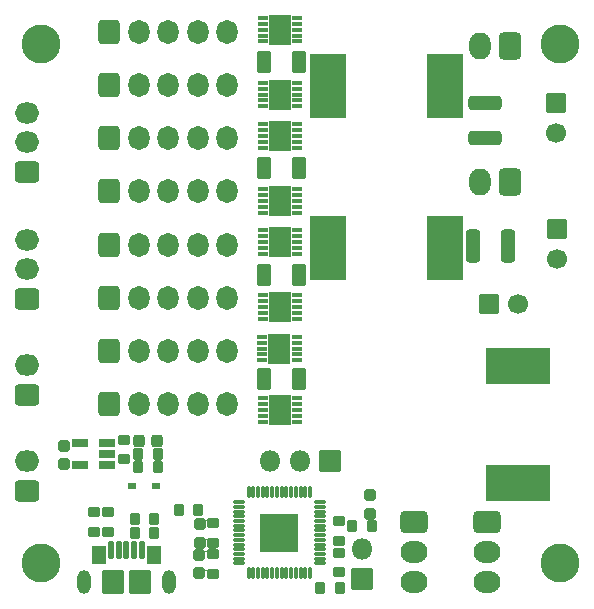
<source format=gts>
G04 #@! TF.GenerationSoftware,KiCad,Pcbnew,(6.0.7)*
G04 #@! TF.CreationDate,2022-10-27T11:50:25+02:00*
G04 #@! TF.ProjectId,pumpCon,70756d70-436f-46e2-9e6b-696361645f70,rev?*
G04 #@! TF.SameCoordinates,Original*
G04 #@! TF.FileFunction,Soldermask,Top*
G04 #@! TF.FilePolarity,Negative*
%FSLAX46Y46*%
G04 Gerber Fmt 4.6, Leading zero omitted, Abs format (unit mm)*
G04 Created by KiCad (PCBNEW (6.0.7)) date 2022-10-27 11:50:25*
%MOMM*%
%LPD*%
G01*
G04 APERTURE LIST*
G04 Aperture macros list*
%AMRoundRect*
0 Rectangle with rounded corners*
0 $1 Rounding radius*
0 $2 $3 $4 $5 $6 $7 $8 $9 X,Y pos of 4 corners*
0 Add a 4 corners polygon primitive as box body*
4,1,4,$2,$3,$4,$5,$6,$7,$8,$9,$2,$3,0*
0 Add four circle primitives for the rounded corners*
1,1,$1+$1,$2,$3*
1,1,$1+$1,$4,$5*
1,1,$1+$1,$6,$7*
1,1,$1+$1,$8,$9*
0 Add four rect primitives between the rounded corners*
20,1,$1+$1,$2,$3,$4,$5,0*
20,1,$1+$1,$4,$5,$6,$7,0*
20,1,$1+$1,$6,$7,$8,$9,0*
20,1,$1+$1,$8,$9,$2,$3,0*%
G04 Aperture macros list end*
%ADD10RoundRect,0.050000X-0.200000X-0.700000X0.200000X-0.700000X0.200000X0.700000X-0.200000X0.700000X0*%
%ADD11O,1.150000X2.000000*%
%ADD12RoundRect,0.050000X-0.875000X-0.950000X0.875000X-0.950000X0.875000X0.950000X-0.875000X0.950000X0*%
%ADD13RoundRect,0.050000X-0.575000X-0.725000X0.575000X-0.725000X0.575000X0.725000X-0.575000X0.725000X0*%
%ADD14RoundRect,0.300000X0.620000X0.845000X-0.620000X0.845000X-0.620000X-0.845000X0.620000X-0.845000X0*%
%ADD15O,1.840000X2.290000*%
%ADD16RoundRect,0.275000X-0.250000X0.225000X-0.250000X-0.225000X0.250000X-0.225000X0.250000X0.225000X0*%
%ADD17RoundRect,0.300000X-0.600000X-0.725000X0.600000X-0.725000X0.600000X0.725000X-0.600000X0.725000X0*%
%ADD18O,1.800000X2.050000*%
%ADD19RoundRect,0.250000X-0.200000X-0.275000X0.200000X-0.275000X0.200000X0.275000X-0.200000X0.275000X0*%
%ADD20RoundRect,0.112500X0.350000X0.062500X-0.350000X0.062500X-0.350000X-0.062500X0.350000X-0.062500X0*%
%ADD21RoundRect,0.050000X0.850000X1.250000X-0.850000X1.250000X-0.850000X-1.250000X0.850000X-1.250000X0*%
%ADD22RoundRect,0.050000X-0.850000X0.850000X-0.850000X-0.850000X0.850000X-0.850000X0.850000X0.850000X0*%
%ADD23O,1.800000X1.800000*%
%ADD24RoundRect,0.300000X0.725000X-0.600000X0.725000X0.600000X-0.725000X0.600000X-0.725000X-0.600000X0*%
%ADD25O,2.050000X1.800000*%
%ADD26RoundRect,0.250000X-0.275000X0.200000X-0.275000X-0.200000X0.275000X-0.200000X0.275000X0.200000X0*%
%ADD27RoundRect,0.050000X0.850000X0.850000X-0.850000X0.850000X-0.850000X-0.850000X0.850000X-0.850000X0*%
%ADD28RoundRect,0.300000X0.750000X-0.600000X0.750000X0.600000X-0.750000X0.600000X-0.750000X-0.600000X0*%
%ADD29O,2.100000X1.800000*%
%ADD30RoundRect,0.250000X0.275000X-0.200000X0.275000X0.200000X-0.275000X0.200000X-0.275000X-0.200000X0*%
%ADD31RoundRect,0.300000X-0.845000X0.620000X-0.845000X-0.620000X0.845000X-0.620000X0.845000X0.620000X0*%
%ADD32O,2.290000X1.840000*%
%ADD33C,3.300000*%
%ADD34RoundRect,0.300000X0.325000X0.650000X-0.325000X0.650000X-0.325000X-0.650000X0.325000X-0.650000X0*%
%ADD35RoundRect,0.268750X-0.256250X0.218750X-0.256250X-0.218750X0.256250X-0.218750X0.256250X0.218750X0*%
%ADD36RoundRect,0.050000X0.300000X0.225000X-0.300000X0.225000X-0.300000X-0.225000X0.300000X-0.225000X0*%
%ADD37RoundRect,0.050000X-0.800000X-0.800000X0.800000X-0.800000X0.800000X0.800000X-0.800000X0.800000X0*%
%ADD38C,1.700000*%
%ADD39RoundRect,0.300000X1.100000X-0.325000X1.100000X0.325000X-1.100000X0.325000X-1.100000X-0.325000X0*%
%ADD40RoundRect,0.050000X-0.800000X0.800000X-0.800000X-0.800000X0.800000X-0.800000X0.800000X0.800000X0*%
%ADD41RoundRect,0.275000X-0.225000X-0.250000X0.225000X-0.250000X0.225000X0.250000X-0.225000X0.250000X0*%
%ADD42RoundRect,0.050000X-1.450000X-2.700000X1.450000X-2.700000X1.450000X2.700000X-1.450000X2.700000X0*%
%ADD43RoundRect,0.250000X0.200000X0.275000X-0.200000X0.275000X-0.200000X-0.275000X0.200000X-0.275000X0*%
%ADD44RoundRect,0.100000X0.387500X0.050000X-0.387500X0.050000X-0.387500X-0.050000X0.387500X-0.050000X0*%
%ADD45RoundRect,0.100000X0.050000X0.387500X-0.050000X0.387500X-0.050000X-0.387500X0.050000X-0.387500X0*%
%ADD46RoundRect,0.050000X1.600000X1.600000X-1.600000X1.600000X-1.600000X-1.600000X1.600000X-1.600000X0*%
%ADD47RoundRect,0.050000X-2.700000X1.450000X-2.700000X-1.450000X2.700000X-1.450000X2.700000X1.450000X0*%
%ADD48RoundRect,0.200000X0.512500X0.150000X-0.512500X0.150000X-0.512500X-0.150000X0.512500X-0.150000X0*%
%ADD49RoundRect,0.300000X0.325000X1.100000X-0.325000X1.100000X-0.325000X-1.100000X0.325000X-1.100000X0*%
%ADD50RoundRect,0.275000X0.250000X-0.225000X0.250000X0.225000X-0.250000X0.225000X-0.250000X-0.225000X0*%
G04 APERTURE END LIST*
D10*
X67950000Y-107400000D03*
X68600000Y-107400000D03*
X69250000Y-107400000D03*
X69900000Y-107400000D03*
X70550000Y-107400000D03*
D11*
X72825000Y-110050000D03*
X65675000Y-110050000D03*
D12*
X70375000Y-110050000D03*
X68125000Y-110050000D03*
D13*
X71570000Y-107820000D03*
X66930000Y-107820000D03*
D14*
X101770000Y-64680000D03*
D15*
X99230000Y-64680000D03*
D16*
X75440000Y-107775000D03*
X75440000Y-109325000D03*
D17*
X67800000Y-77000000D03*
D18*
X70300000Y-77000000D03*
X72800000Y-77000000D03*
X75300000Y-77000000D03*
X77800000Y-77000000D03*
D19*
X69975000Y-104725000D03*
X71625000Y-104725000D03*
D17*
X67800000Y-81500000D03*
D18*
X70300000Y-81500000D03*
X72800000Y-81500000D03*
X75300000Y-81500000D03*
X77800000Y-81500000D03*
D20*
X83675000Y-91300000D03*
X83675000Y-90800000D03*
X83675000Y-90300000D03*
X83675000Y-89800000D03*
X83675000Y-89300000D03*
X80750000Y-89300000D03*
X80750000Y-89800000D03*
X80750000Y-90300000D03*
X80750000Y-90800000D03*
X80750000Y-91300000D03*
D21*
X82212500Y-90300000D03*
D22*
X86475000Y-99800000D03*
D23*
X83935000Y-99800000D03*
X81395000Y-99800000D03*
D20*
X83712500Y-82300000D03*
X83712500Y-81800000D03*
X83712500Y-81300000D03*
X83712500Y-80800000D03*
X83712500Y-80300000D03*
X80787500Y-80300000D03*
X80787500Y-80800000D03*
X80787500Y-81300000D03*
X80787500Y-81800000D03*
X80787500Y-82300000D03*
D21*
X82250000Y-81300000D03*
D19*
X88375000Y-105300000D03*
X90025000Y-105300000D03*
D24*
X60800000Y-86100000D03*
D25*
X60800000Y-83600000D03*
X60800000Y-81100000D03*
D20*
X83712500Y-73300000D03*
X83712500Y-72800000D03*
X83712500Y-72300000D03*
X83712500Y-71800000D03*
X83712500Y-71300000D03*
X80787500Y-71300000D03*
X80787500Y-71800000D03*
X80787500Y-72300000D03*
X80787500Y-72800000D03*
X80787500Y-73300000D03*
D21*
X82250000Y-72300000D03*
D20*
X83712500Y-96500000D03*
X83712500Y-96000000D03*
X83712500Y-95500000D03*
X83712500Y-95000000D03*
X83712500Y-94500000D03*
X80787500Y-94500000D03*
X80787500Y-95000000D03*
X80787500Y-95500000D03*
X80787500Y-96000000D03*
X80787500Y-96500000D03*
D21*
X82250000Y-95500000D03*
D20*
X83712500Y-87800000D03*
X83712500Y-87300000D03*
X83712500Y-86800000D03*
X83712500Y-86300000D03*
X83712500Y-85800000D03*
X80787500Y-85800000D03*
X80787500Y-86300000D03*
X80787500Y-86800000D03*
X80787500Y-87300000D03*
X80787500Y-87800000D03*
D21*
X82250000Y-86800000D03*
D26*
X87250000Y-104925000D03*
X87250000Y-106575000D03*
D27*
X89175000Y-109850000D03*
D23*
X89175000Y-107310000D03*
D17*
X67800000Y-90500000D03*
D18*
X70300000Y-90500000D03*
X72800000Y-90500000D03*
X75300000Y-90500000D03*
X77800000Y-90500000D03*
D28*
X60800000Y-94200000D03*
D29*
X60800000Y-91700000D03*
D14*
X101720000Y-76230000D03*
D15*
X99180000Y-76230000D03*
D17*
X67800000Y-86000000D03*
D18*
X70300000Y-86000000D03*
X72800000Y-86000000D03*
X75300000Y-86000000D03*
X77800000Y-86000000D03*
D30*
X76550000Y-106740000D03*
X76550000Y-105090000D03*
D31*
X93580000Y-104960000D03*
D32*
X93580000Y-107500000D03*
X93580000Y-110040000D03*
D33*
X106000000Y-64500000D03*
D34*
X83825000Y-66050000D03*
X80875000Y-66050000D03*
D17*
X67800000Y-63500000D03*
D18*
X70300000Y-63500000D03*
X72800000Y-63500000D03*
X75300000Y-63500000D03*
X77800000Y-63500000D03*
D35*
X89900000Y-102712500D03*
X89900000Y-104287500D03*
D36*
X71800000Y-101950000D03*
X69700000Y-101950000D03*
D34*
X83825000Y-92900000D03*
X80875000Y-92900000D03*
D17*
X67800000Y-68000000D03*
D18*
X70300000Y-68000000D03*
X72800000Y-68000000D03*
X75300000Y-68000000D03*
X77800000Y-68000000D03*
D19*
X70275000Y-99250000D03*
X71925000Y-99250000D03*
X69975000Y-105900000D03*
X71625000Y-105900000D03*
X70262500Y-100350000D03*
X71912500Y-100350000D03*
D37*
X99950000Y-86500000D03*
D38*
X102450000Y-86500000D03*
D39*
X99600000Y-72475000D03*
X99600000Y-69525000D03*
D34*
X83825000Y-75050000D03*
X80875000Y-75050000D03*
D33*
X62000000Y-108500000D03*
D40*
X105700000Y-80217621D03*
D38*
X105700000Y-82717621D03*
D41*
X70312500Y-98100000D03*
X71862500Y-98100000D03*
D16*
X63950000Y-98525000D03*
X63950000Y-100075000D03*
D28*
X60800000Y-102350000D03*
D29*
X60800000Y-99850000D03*
D42*
X86300000Y-68050000D03*
X96200000Y-68050000D03*
D20*
X83712500Y-64300000D03*
X83712500Y-63800000D03*
X83712500Y-63300000D03*
X83712500Y-62800000D03*
X83712500Y-62300000D03*
X80787500Y-62300000D03*
X80787500Y-62800000D03*
X80787500Y-63300000D03*
X80787500Y-63800000D03*
X80787500Y-64300000D03*
D21*
X82250000Y-63300000D03*
D26*
X76550000Y-107725000D03*
X76550000Y-109375000D03*
D17*
X67800000Y-95000000D03*
D18*
X70300000Y-95000000D03*
X72800000Y-95000000D03*
X75300000Y-95000000D03*
X77800000Y-95000000D03*
D43*
X75325000Y-103950000D03*
X73675000Y-103950000D03*
D44*
X85637500Y-108500000D03*
X85637500Y-108100000D03*
X85637500Y-107700000D03*
X85637500Y-107300000D03*
X85637500Y-106900000D03*
X85637500Y-106500000D03*
X85637500Y-106100000D03*
X85637500Y-105700000D03*
X85637500Y-105300000D03*
X85637500Y-104900000D03*
X85637500Y-104500000D03*
X85637500Y-104100000D03*
X85637500Y-103700000D03*
X85637500Y-103300000D03*
D45*
X84800000Y-102462500D03*
X84400000Y-102462500D03*
X84000000Y-102462500D03*
X83600000Y-102462500D03*
X83200000Y-102462500D03*
X82800000Y-102462500D03*
X82400000Y-102462500D03*
X82000000Y-102462500D03*
X81600000Y-102462500D03*
X81200000Y-102462500D03*
X80800000Y-102462500D03*
X80400000Y-102462500D03*
X80000000Y-102462500D03*
X79600000Y-102462500D03*
D44*
X78762500Y-103300000D03*
X78762500Y-103700000D03*
X78762500Y-104100000D03*
X78762500Y-104500000D03*
X78762500Y-104900000D03*
X78762500Y-105300000D03*
X78762500Y-105700000D03*
X78762500Y-106100000D03*
X78762500Y-106500000D03*
X78762500Y-106900000D03*
X78762500Y-107300000D03*
X78762500Y-107700000D03*
X78762500Y-108100000D03*
X78762500Y-108500000D03*
D45*
X79600000Y-109337500D03*
X80000000Y-109337500D03*
X80400000Y-109337500D03*
X80800000Y-109337500D03*
X81200000Y-109337500D03*
X81600000Y-109337500D03*
X82000000Y-109337500D03*
X82400000Y-109337500D03*
X82800000Y-109337500D03*
X83200000Y-109337500D03*
X83600000Y-109337500D03*
X84000000Y-109337500D03*
X84400000Y-109337500D03*
X84800000Y-109337500D03*
D46*
X82200000Y-105900000D03*
D26*
X69087500Y-98025000D03*
X69087500Y-99675000D03*
D40*
X105650000Y-69517621D03*
D38*
X105650000Y-72017621D03*
D34*
X83825000Y-84050000D03*
X80875000Y-84050000D03*
D24*
X60800000Y-75350000D03*
D25*
X60800000Y-72850000D03*
X60800000Y-70350000D03*
D47*
X102400000Y-91750000D03*
X102400000Y-101650000D03*
D20*
X83712500Y-78800000D03*
X83712500Y-78300000D03*
X83712500Y-77800000D03*
X83712500Y-77300000D03*
X83712500Y-76800000D03*
X80787500Y-76800000D03*
X80787500Y-77300000D03*
X80787500Y-77800000D03*
X80787500Y-78300000D03*
X80787500Y-78800000D03*
D21*
X82250000Y-77800000D03*
D48*
X67637500Y-100200000D03*
X67637500Y-99250000D03*
X67637500Y-98300000D03*
X65362500Y-98300000D03*
X65362500Y-100200000D03*
D49*
X101525000Y-81600000D03*
X98575000Y-81600000D03*
D20*
X83712500Y-69800000D03*
X83712500Y-69300000D03*
X83712500Y-68800000D03*
X83712500Y-68300000D03*
X83712500Y-67800000D03*
X80787500Y-67800000D03*
X80787500Y-68300000D03*
X80787500Y-68800000D03*
X80787500Y-69300000D03*
X80787500Y-69800000D03*
D21*
X82250000Y-68800000D03*
D19*
X85675000Y-110600000D03*
X87325000Y-110600000D03*
D30*
X87250000Y-109225000D03*
X87250000Y-107575000D03*
D17*
X67800000Y-72500000D03*
D18*
X70300000Y-72500000D03*
X72800000Y-72500000D03*
X75300000Y-72500000D03*
X77800000Y-72500000D03*
D50*
X75450000Y-106725000D03*
X75450000Y-105175000D03*
D26*
X67700000Y-104175000D03*
X67700000Y-105825000D03*
D42*
X86300000Y-81800000D03*
X96200000Y-81800000D03*
D33*
X106000000Y-108500000D03*
D26*
X66550000Y-104175000D03*
X66550000Y-105825000D03*
D33*
X62000000Y-64500000D03*
D31*
X99780000Y-104960000D03*
D32*
X99780000Y-107500000D03*
X99780000Y-110040000D03*
G36*
X75949718Y-109013210D02*
G01*
X75957172Y-109029196D01*
X75957342Y-109029780D01*
X75960634Y-109054793D01*
X75979154Y-109086871D01*
X76014517Y-109096348D01*
X76042516Y-109080183D01*
X76044516Y-109080183D01*
X76045516Y-109081915D01*
X76045478Y-109082305D01*
X76027000Y-109175199D01*
X76027000Y-109574801D01*
X76041563Y-109648013D01*
X76040920Y-109649907D01*
X76038958Y-109650297D01*
X76037773Y-109649215D01*
X76034955Y-109642871D01*
X76008108Y-109617349D01*
X75971470Y-109618276D01*
X75948647Y-109640684D01*
X75946711Y-109641184D01*
X75945309Y-109639757D01*
X75945284Y-109638867D01*
X75963000Y-109549801D01*
X75963000Y-109100199D01*
X75945943Y-109014445D01*
X75946586Y-109012551D01*
X75948548Y-109012161D01*
X75949718Y-109013210D01*
G37*
G36*
X76041172Y-107450634D02*
G01*
X76041519Y-107452204D01*
X76027000Y-107525199D01*
X76027000Y-107924801D01*
X76045915Y-108019892D01*
X76046856Y-108021301D01*
X76046987Y-108023297D01*
X76045324Y-108024408D01*
X76043815Y-108023862D01*
X76025459Y-108006412D01*
X75988861Y-108007338D01*
X75963425Y-108034095D01*
X75960675Y-108044902D01*
X75957342Y-108070220D01*
X75957172Y-108070804D01*
X75949718Y-108086790D01*
X75948079Y-108087937D01*
X75946267Y-108087092D01*
X75945943Y-108085555D01*
X75963000Y-107999801D01*
X75963000Y-107550199D01*
X75945268Y-107461055D01*
X75945911Y-107459161D01*
X75947873Y-107458771D01*
X75948581Y-107459190D01*
X75974601Y-107483033D01*
X76011215Y-107481434D01*
X76035007Y-107457160D01*
X76037728Y-107451005D01*
X76039343Y-107449826D01*
X76041172Y-107450634D01*
G37*
G36*
X75200199Y-107223000D02*
G01*
X75699801Y-107223000D01*
X75786889Y-107205677D01*
X75788783Y-107206320D01*
X75789173Y-107208282D01*
X75788754Y-107208990D01*
X75764029Y-107235973D01*
X75765629Y-107272599D01*
X75785289Y-107292259D01*
X75785807Y-107294191D01*
X75784393Y-107295605D01*
X75783485Y-107295635D01*
X75689801Y-107277000D01*
X75190199Y-107277000D01*
X75103111Y-107294323D01*
X75101217Y-107293680D01*
X75100827Y-107291718D01*
X75101246Y-107291010D01*
X75125971Y-107264027D01*
X75124371Y-107227401D01*
X75104711Y-107207741D01*
X75104193Y-107205809D01*
X75105607Y-107204395D01*
X75106515Y-107204365D01*
X75200199Y-107223000D01*
G37*
G36*
X76899907Y-107174080D02*
G01*
X76900297Y-107176042D01*
X76899215Y-107177227D01*
X76876606Y-107187270D01*
X76876455Y-107188690D01*
X76875814Y-107189259D01*
X76851537Y-107202828D01*
X76841572Y-107238055D01*
X76859500Y-107270130D01*
X76874774Y-107276447D01*
X76875442Y-107277316D01*
X76898993Y-107287728D01*
X76900172Y-107289343D01*
X76899364Y-107291172D01*
X76897794Y-107291519D01*
X76824801Y-107277000D01*
X76275199Y-107277000D01*
X76201987Y-107291563D01*
X76200093Y-107290920D01*
X76199703Y-107288958D01*
X76200785Y-107287773D01*
X76223394Y-107277730D01*
X76223545Y-107276310D01*
X76224186Y-107275741D01*
X76248463Y-107262172D01*
X76258428Y-107226945D01*
X76240500Y-107194870D01*
X76225226Y-107188553D01*
X76224558Y-107187684D01*
X76201007Y-107177272D01*
X76199828Y-107175657D01*
X76200636Y-107173828D01*
X76202206Y-107173481D01*
X76275199Y-107188000D01*
X76824801Y-107188000D01*
X76898013Y-107173437D01*
X76899907Y-107174080D01*
G37*
G36*
X75959718Y-106413213D02*
G01*
X75966909Y-106428633D01*
X75994219Y-106453659D01*
X76030833Y-106452060D01*
X76048640Y-106433893D01*
X76050566Y-106433356D01*
X76051995Y-106434756D01*
X76051731Y-106436404D01*
X76045915Y-106445108D01*
X76027000Y-106540199D01*
X76027000Y-106939801D01*
X76044709Y-107028829D01*
X76044066Y-107030723D01*
X76042104Y-107031113D01*
X76041369Y-107030669D01*
X76020948Y-107011256D01*
X75984309Y-107012184D01*
X75960111Y-107035943D01*
X75959717Y-107036787D01*
X75958079Y-107037933D01*
X75956266Y-107037088D01*
X75955943Y-107035551D01*
X75973000Y-106949801D01*
X75973000Y-106500199D01*
X75955943Y-106414448D01*
X75956586Y-106412554D01*
X75958548Y-106412164D01*
X75959718Y-106413213D01*
G37*
G36*
X76041172Y-104815635D02*
G01*
X76041519Y-104817205D01*
X76027000Y-104890199D01*
X76027000Y-105289801D01*
X76045915Y-105384892D01*
X76085507Y-105444146D01*
X76085638Y-105446142D01*
X76083975Y-105447253D01*
X76082431Y-105446672D01*
X76068264Y-105432530D01*
X76067849Y-105431927D01*
X76063574Y-105422301D01*
X76036727Y-105396780D01*
X76000129Y-105397706D01*
X75974693Y-105424463D01*
X75971943Y-105435271D01*
X75967342Y-105470219D01*
X75967172Y-105470803D01*
X75959718Y-105486788D01*
X75958079Y-105487935D01*
X75956267Y-105487090D01*
X75955943Y-105485553D01*
X75973000Y-105399801D01*
X75973000Y-104950199D01*
X75952182Y-104845541D01*
X75947138Y-104837992D01*
X75947007Y-104835996D01*
X75948670Y-104834885D01*
X75950152Y-104835406D01*
X75971525Y-104854991D01*
X76008139Y-104853392D01*
X76031931Y-104829118D01*
X76037728Y-104816006D01*
X76039343Y-104814827D01*
X76041172Y-104815635D01*
G37*
G36*
X71725199Y-99773000D02*
G01*
X72124801Y-99773000D01*
X72203325Y-99757381D01*
X72205219Y-99758024D01*
X72205609Y-99759986D01*
X72205165Y-99760721D01*
X72181513Y-99785601D01*
X72182440Y-99822229D01*
X72201189Y-99840945D01*
X72201708Y-99842876D01*
X72200295Y-99844291D01*
X72199386Y-99844322D01*
X72112301Y-99827000D01*
X71712699Y-99827000D01*
X71634175Y-99842619D01*
X71632281Y-99841976D01*
X71631891Y-99840014D01*
X71632335Y-99839279D01*
X71655987Y-99814399D01*
X71655060Y-99777771D01*
X71636311Y-99759055D01*
X71635792Y-99757124D01*
X71637205Y-99755709D01*
X71638114Y-99755678D01*
X71725199Y-99773000D01*
G37*
G36*
X70075199Y-99773000D02*
G01*
X70474801Y-99773000D01*
X70553325Y-99757381D01*
X70555219Y-99758024D01*
X70555609Y-99759986D01*
X70555165Y-99760721D01*
X70531513Y-99785601D01*
X70532440Y-99822229D01*
X70551189Y-99840945D01*
X70551708Y-99842876D01*
X70550295Y-99844291D01*
X70549386Y-99844322D01*
X70462301Y-99827000D01*
X70062699Y-99827000D01*
X69984175Y-99842619D01*
X69982281Y-99841976D01*
X69981891Y-99840014D01*
X69982335Y-99839279D01*
X70005987Y-99814399D01*
X70005060Y-99777771D01*
X69986311Y-99759055D01*
X69985792Y-99757124D01*
X69987205Y-99755709D01*
X69988114Y-99755678D01*
X70075199Y-99773000D01*
G37*
M02*

</source>
